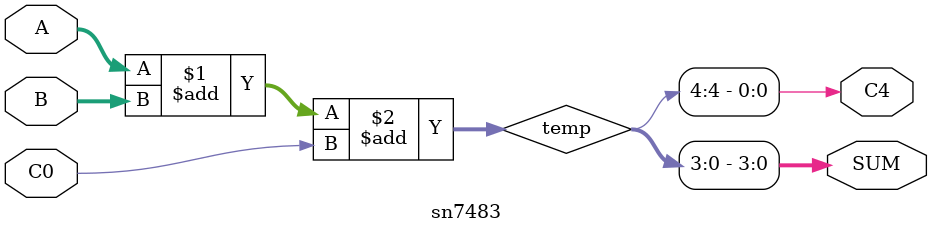
<source format=v>
module sn7483 (A, B, C0, SUM, C4) ;
// 4-bit adder SN74LS83
input [4:1] A ;
input [4:1] B ;
input C0 ;
output [4:1] SUM ;
output C4 ;
// add your declarations here
wire	[4:0] temp;
// add your code here
assign 	temp = A+B+C0;
assign	SUM = temp[3:0];
assign 	C4 = temp[4];
endmodule

</source>
